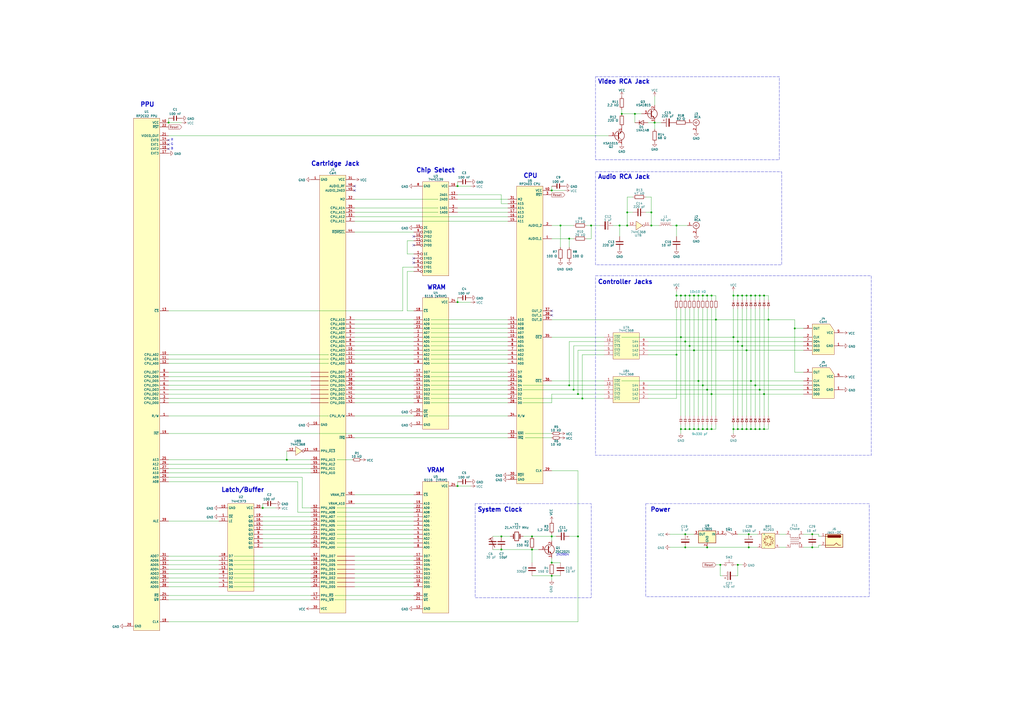
<source format=kicad_sch>
(kicad_sch (version 20230121) (generator eeschema)
  (paper "A2")
  (junction (at 433.07 171.45))
  (junction (at 410.21 171.45))
  (junction (at 330.2 223.52))
  (junction (at 438.15 223.52))
  (junction (at 400.05 248.92))
  (junction (at 405.13 248.92))
  (junction (at 434.34 317.5))
  (junction (at 438.15 248.92))
  (junction (at 377.825 123.19))
  (junction (at 359.41 130.81))
  (junction (at 443.23 248.92))
  (junction (at 435.61 248.92))
  (junction (at 427.99 327.66))
  (junction (at 410.21 317.5))
  (junction (at 363.855 123.19))
  (junction (at 443.23 228.6))
  (junction (at 377.825 130.81))
  (junction (at 430.53 248.92))
  (junction (at 392.43 205.74))
  (junction (at 410.21 248.92))
  (junction (at 335.28 228.6))
  (junction (at 471.17 317.5))
  (junction (at 360.68 66.04))
  (junction (at 392.43 130.81))
  (junction (at 379.73 71.12))
  (junction (at 363.855 130.81))
  (junction (at 265.43 107.95))
  (junction (at 407.67 223.52))
  (junction (at 407.67 171.45))
  (junction (at 434.34 309.88))
  (junction (at 427.99 171.45))
  (junction (at 308.61 318.77))
  (junction (at 440.69 226.06))
  (junction (at 337.82 231.14))
  (junction (at 443.23 171.45))
  (junction (at 394.97 171.45))
  (junction (at 152.4 294.64))
  (junction (at 415.29 185.42))
  (junction (at 412.75 248.92))
  (junction (at 400.05 171.45))
  (junction (at 392.43 171.45))
  (junction (at 320.04 326.39))
  (junction (at 402.59 171.45))
  (junction (at 407.67 248.92))
  (junction (at 368.3 66.04))
  (junction (at 461.01 190.5))
  (junction (at 265.43 175.26))
  (junction (at 412.75 171.45))
  (junction (at 435.61 171.45))
  (junction (at 440.69 171.45))
  (junction (at 427.99 198.12))
  (junction (at 325.12 130.81))
  (junction (at 397.51 317.5))
  (junction (at 397.51 198.12))
  (junction (at 166.37 266.7))
  (junction (at 425.45 195.58))
  (junction (at 397.51 248.92))
  (junction (at 320.04 311.15))
  (junction (at 330.2 138.43))
  (junction (at 438.15 171.45))
  (junction (at 320.04 110.49))
  (junction (at 290.83 311.15))
  (junction (at 394.97 248.92))
  (junction (at 425.45 171.45))
  (junction (at 335.28 311.15))
  (junction (at 397.51 309.88))
  (junction (at 430.53 200.66))
  (junction (at 405.13 220.98))
  (junction (at 440.69 248.92))
  (junction (at 433.07 248.92))
  (junction (at 342.9 130.81))
  (junction (at 394.97 195.58))
  (junction (at 402.59 248.92))
  (junction (at 397.51 171.45))
  (junction (at 433.07 203.2))
  (junction (at 97.79 71.12))
  (junction (at 412.75 228.6))
  (junction (at 320.04 334.01))
  (junction (at 471.17 309.88))
  (junction (at 400.05 200.66))
  (junction (at 308.61 311.15))
  (junction (at 430.53 171.45))
  (junction (at 405.13 171.45))
  (junction (at 435.61 220.98))
  (junction (at 427.99 248.92))
  (junction (at 410.21 226.06))
  (junction (at 425.45 248.92))
  (junction (at 402.59 203.2))
  (junction (at 290.83 318.77))
  (junction (at 445.77 185.42))
  (junction (at 332.74 226.06))
  (junction (at 265.43 281.94))
  (junction (at 417.83 327.66))
  (no_connect (at 320.04 182.88))
  (no_connect (at 240.03 137.16))
  (no_connect (at 97.79 83.82))
  (no_connect (at 97.79 81.28))
  (no_connect (at 97.79 86.36))
  (no_connect (at 240.03 142.24))
  (no_connect (at 320.04 180.34))
  (no_connect (at 205.74 110.49))
  (no_connect (at 205.74 107.95))
  (no_connect (at 240.03 152.4))
  (no_connect (at 240.03 149.86))
  (wire (pts (xy 236.22 180.34) (xy 240.03 180.34)))
  (wire (pts (xy 360.68 63.5) (xy 360.68 66.04)))
  (wire (pts (xy 415.29 248.92) (xy 415.29 246.38)))
  (wire (pts (xy 435.61 179.07) (xy 435.61 220.98)))
  (wire (pts (xy 290.83 118.11) (xy 294.64 118.11)))
  (wire (pts (xy 308.61 318.77) (xy 308.61 326.39)))
  (wire (pts (xy 195.58 314.96) (xy 240.03 314.96)))
  (wire (pts (xy 97.79 251.46) (xy 294.64 251.46)))
  (wire (pts (xy 290.83 318.77) (xy 308.61 318.77)))
  (wire (pts (xy 405.13 179.07) (xy 405.13 220.98)))
  (wire (pts (xy 410.21 226.06) (xy 410.21 241.3)))
  (wire (pts (xy 427.99 171.45) (xy 427.99 173.99)))
  (wire (pts (xy 325.12 130.81) (xy 332.74 130.81)))
  (wire (pts (xy 97.79 233.68) (xy 180.34 233.68)))
  (wire (pts (xy 205.74 128.27) (xy 294.64 128.27)))
  (wire (pts (xy 97.79 215.9) (xy 180.34 215.9)))
  (wire (pts (xy 430.53 327.66) (xy 427.99 327.66)))
  (wire (pts (xy 337.82 205.74) (xy 337.82 231.14)))
  (wire (pts (xy 97.79 218.44) (xy 180.34 218.44)))
  (wire (pts (xy 427.99 198.12) (xy 466.09 198.12)))
  (wire (pts (xy 407.67 223.52) (xy 438.15 223.52)))
  (wire (pts (xy 250.19 203.2) (xy 294.64 203.2)))
  (wire (pts (xy 440.69 226.06) (xy 466.09 226.06)))
  (wire (pts (xy 461.01 215.9) (xy 466.09 215.9)))
  (wire (pts (xy 430.53 200.66) (xy 466.09 200.66)))
  (wire (pts (xy 367.03 114.3) (xy 363.855 114.3)))
  (wire (pts (xy 97.79 322.58) (xy 127 322.58)))
  (wire (pts (xy 320.04 110.49) (xy 327.66 110.49)))
  (wire (pts (xy 474.98 309.88) (xy 471.17 309.88)))
  (wire (pts (xy 347.98 130.81) (xy 342.9 130.81)))
  (wire (pts (xy 335.28 311.15) (xy 335.28 360.68)))
  (wire (pts (xy 250.19 200.66) (xy 294.64 200.66)))
  (wire (pts (xy 332.74 200.66) (xy 332.74 226.06)))
  (wire (pts (xy 250.19 198.12) (xy 294.64 198.12)))
  (wire (pts (xy 135.89 327.66) (xy 180.34 327.66)))
  (wire (pts (xy 195.58 302.26) (xy 240.03 302.26)))
  (wire (pts (xy 175.26 276.86) (xy 175.26 294.64)))
  (wire (pts (xy 97.79 223.52) (xy 180.34 223.52)))
  (wire (pts (xy 205.74 322.58) (xy 240.03 322.58)))
  (wire (pts (xy 265.43 107.95) (xy 273.05 107.95)))
  (wire (pts (xy 392.43 205.74) (xy 392.43 231.14)))
  (wire (pts (xy 205.74 233.68) (xy 240.03 233.68)))
  (wire (pts (xy 438.15 223.52) (xy 466.09 223.52)))
  (wire (pts (xy 303.53 226.06) (xy 332.74 226.06)))
  (wire (pts (xy 407.67 171.45) (xy 407.67 173.99)))
  (wire (pts (xy 397.51 198.12) (xy 397.51 241.3)))
  (wire (pts (xy 443.23 179.07) (xy 443.23 228.6)))
  (wire (pts (xy 290.83 118.11) (xy 290.83 113.03)))
  (wire (pts (xy 445.77 185.42) (xy 445.77 241.3)))
  (wire (pts (xy 290.83 113.03) (xy 265.43 113.03)))
  (wire (pts (xy 397.51 179.07) (xy 397.51 198.12)))
  (wire (pts (xy 97.79 208.28) (xy 190.5 208.28)))
  (wire (pts (xy 474.98 316.23) (xy 474.98 317.5)))
  (wire (pts (xy 195.58 266.7) (xy 204.47 266.7)))
  (wire (pts (xy 415.29 171.45) (xy 412.75 171.45)))
  (wire (pts (xy 397.51 317.5) (xy 388.62 317.5)))
  (wire (pts (xy 374.65 123.19) (xy 377.825 123.19)))
  (wire (pts (xy 443.23 248.92) (xy 445.77 248.92)))
  (wire (pts (xy 303.53 311.15) (xy 308.61 311.15)))
  (wire (pts (xy 135.89 335.28) (xy 180.34 335.28)))
  (wire (pts (xy 195.58 312.42) (xy 240.03 312.42)))
  (wire (pts (xy 308.61 311.15) (xy 320.04 311.15)))
  (wire (pts (xy 368.3 66.04) (xy 372.11 66.04)))
  (wire (pts (xy 440.69 179.07) (xy 440.69 226.06)))
  (wire (pts (xy 152.4 307.34) (xy 180.34 307.34)))
  (wire (pts (xy 97.79 332.74) (xy 127 332.74)))
  (wire (pts (xy 205.74 210.82) (xy 240.03 210.82)))
  (wire (pts (xy 320.04 311.15) (xy 320.04 313.69)))
  (wire (pts (xy 402.59 171.45) (xy 402.59 173.99)))
  (wire (pts (xy 205.74 332.74) (xy 240.03 332.74)))
  (wire (pts (xy 236.22 139.7) (xy 236.22 147.32)))
  (wire (pts (xy 410.21 179.07) (xy 410.21 226.06)))
  (wire (pts (xy 97.79 276.86) (xy 175.26 276.86)))
  (wire (pts (xy 340.36 130.81) (xy 342.9 130.81)))
  (wire (pts (xy 375.92 228.6) (xy 412.75 228.6)))
  (wire (pts (xy 335.28 273.05) (xy 335.28 311.15)))
  (wire (pts (xy 430.53 179.07) (xy 430.53 200.66)))
  (wire (pts (xy 308.61 318.77) (xy 312.42 318.77)))
  (wire (pts (xy 435.61 171.45) (xy 433.07 171.45)))
  (wire (pts (xy 330.2 198.12) (xy 350.52 198.12)))
  (wire (pts (xy 400.05 200.66) (xy 400.05 241.3)))
  (wire (pts (xy 180.34 294.64) (xy 175.26 294.64)))
  (wire (pts (xy 240.03 157.48) (xy 236.22 157.48)))
  (wire (pts (xy 285.75 311.15) (xy 290.83 311.15)))
  (wire (pts (xy 205.74 198.12) (xy 240.03 198.12)))
  (wire (pts (xy 471.17 309.88) (xy 466.09 309.88)))
  (wire (pts (xy 359.41 130.81) (xy 363.855 130.81)))
  (wire (pts (xy 195.58 299.72) (xy 240.03 299.72)))
  (wire (pts (xy 97.79 345.44) (xy 180.34 345.44)))
  (wire (pts (xy 325.12 130.81) (xy 325.12 143.51)))
  (wire (pts (xy 250.19 187.96) (xy 294.64 187.96)))
  (wire (pts (xy 402.59 203.2) (xy 433.07 203.2)))
  (wire (pts (xy 205.74 215.9) (xy 240.03 215.9)))
  (wire (pts (xy 394.97 246.38) (xy 394.97 248.92)))
  (wire (pts (xy 320.04 138.43) (xy 330.2 138.43)))
  (wire (pts (xy 330.2 223.52) (xy 330.2 198.12)))
  (wire (pts (xy 135.89 337.82) (xy 180.34 337.82)))
  (wire (pts (xy 427.99 198.12) (xy 427.99 241.3)))
  (wire (pts (xy 205.74 330.2) (xy 240.03 330.2)))
  (wire (pts (xy 415.29 185.42) (xy 445.77 185.42)))
  (wire (pts (xy 410.21 246.38) (xy 410.21 248.92)))
  (wire (pts (xy 430.53 171.45) (xy 427.99 171.45)))
  (wire (pts (xy 320.04 107.95) (xy 320.04 110.49)))
  (wire (pts (xy 434.34 309.88) (xy 427.99 309.88)))
  (wire (pts (xy 410.21 248.92) (xy 412.75 248.92)))
  (wire (pts (xy 433.07 248.92) (xy 435.61 248.92)))
  (wire (pts (xy 250.19 210.82) (xy 294.64 210.82)))
  (wire (pts (xy 205.74 218.44) (xy 240.03 218.44)))
  (wire (pts (xy 320.04 220.98) (xy 350.52 220.98)))
  (wire (pts (xy 402.59 309.88) (xy 397.51 309.88)))
  (wire (pts (xy 407.67 246.38) (xy 407.67 248.92)))
  (wire (pts (xy 360.68 66.04) (xy 368.3 66.04)))
  (wire (pts (xy 375.92 226.06) (xy 410.21 226.06)))
  (wire (pts (xy 410.21 171.45) (xy 407.67 171.45)))
  (wire (pts (xy 435.61 171.45) (xy 435.61 173.99)))
  (wire (pts (xy 265.43 175.26) (xy 273.05 175.26)))
  (wire (pts (xy 205.74 231.14) (xy 240.03 231.14)))
  (wire (pts (xy 412.75 228.6) (xy 443.23 228.6)))
  (wire (pts (xy 265.43 281.94) (xy 273.05 281.94)))
  (wire (pts (xy 402.59 171.45) (xy 400.05 171.45)))
  (wire (pts (xy 205.74 125.73) (xy 294.64 125.73)))
  (wire (pts (xy 375.92 223.52) (xy 407.67 223.52)))
  (wire (pts (xy 97.79 335.28) (xy 127 335.28)))
  (wire (pts (xy 374.65 114.3) (xy 377.825 114.3)))
  (wire (pts (xy 435.61 246.38) (xy 435.61 248.92)))
  (wire (pts (xy 400.05 246.38) (xy 400.05 248.92)))
  (wire (pts (xy 285.75 318.77) (xy 290.83 318.77)))
  (wire (pts (xy 320.04 311.15) (xy 322.58 311.15)))
  (wire (pts (xy 265.43 115.57) (xy 294.64 115.57)))
  (wire (pts (xy 426.72 334.01) (xy 427.99 334.01)))
  (wire (pts (xy 152.4 312.42) (xy 180.34 312.42)))
  (wire (pts (xy 394.97 179.07) (xy 394.97 195.58)))
  (wire (pts (xy 205.74 340.36) (xy 240.03 340.36)))
  (wire (pts (xy 250.19 228.6) (xy 294.64 228.6)))
  (wire (pts (xy 172.72 297.18) (xy 180.34 297.18)))
  (wire (pts (xy 205.74 193.04) (xy 240.03 193.04)))
  (wire (pts (xy 330.2 138.43) (xy 332.74 138.43)))
  (wire (pts (xy 425.45 168.91) (xy 425.45 171.45)))
  (wire (pts (xy 97.79 226.06) (xy 180.34 226.06)))
  (wire (pts (xy 265.43 105.41) (xy 265.43 107.95)))
  (wire (pts (xy 250.19 205.74) (xy 294.64 205.74)))
  (wire (pts (xy 205.74 200.66) (xy 240.03 200.66)))
  (wire (pts (xy 205.74 185.42) (xy 240.03 185.42)))
  (wire (pts (xy 440.69 171.45) (xy 438.15 171.45)))
  (wire (pts (xy 405.13 171.45) (xy 402.59 171.45)))
  (wire (pts (xy 402.59 203.2) (xy 402.59 241.3)))
  (wire (pts (xy 427.99 334.01) (xy 427.99 327.66)))
  (wire (pts (xy 250.19 215.9) (xy 294.64 215.9)))
  (wire (pts (xy 97.79 68.58) (xy 97.79 71.12)))
  (wire (pts (xy 392.43 130.81) (xy 389.89 130.81)))
  (wire (pts (xy 135.89 330.2) (xy 180.34 330.2)))
  (wire (pts (xy 440.69 226.06) (xy 440.69 241.3)))
  (wire (pts (xy 397.51 171.45) (xy 397.51 173.99)))
  (wire (pts (xy 97.79 279.4) (xy 172.72 279.4)))
  (wire (pts (xy 433.07 203.2) (xy 433.07 241.3)))
  (wire (pts (xy 375.92 231.14) (xy 392.43 231.14)))
  (wire (pts (xy 397.51 198.12) (xy 427.99 198.12)))
  (wire (pts (xy 407.67 248.92) (xy 410.21 248.92)))
  (wire (pts (xy 250.19 220.98) (xy 294.64 220.98)))
  (wire (pts (xy 97.79 274.32) (xy 180.34 274.32)))
  (wire (pts (xy 340.36 138.43) (xy 342.9 138.43)))
  (wire (pts (xy 233.68 154.94) (xy 233.68 180.34)))
  (wire (pts (xy 97.79 337.82) (xy 127 337.82)))
  (wire (pts (xy 425.45 246.38) (xy 425.45 248.92)))
  (wire (pts (xy 97.79 269.24) (xy 180.34 269.24)))
  (wire (pts (xy 430.53 248.92) (xy 433.07 248.92)))
  (wire (pts (xy 152.4 299.72) (xy 180.34 299.72)))
  (wire (pts (xy 195.58 317.5) (xy 240.03 317.5)))
  (wire (pts (xy 172.72 279.4) (xy 172.72 297.18)))
  (wire (pts (xy 400.05 171.45) (xy 400.05 173.99)))
  (wire (pts (xy 250.19 231.14) (xy 294.64 231.14)))
  (wire (pts (xy 400.05 179.07) (xy 400.05 200.66)))
  (wire (pts (xy 394.97 171.45) (xy 394.97 173.99)))
  (wire (pts (xy 97.79 71.12) (xy 105.41 71.12)))
  (wire (pts (xy 195.58 304.8) (xy 240.03 304.8)))
  (wire (pts (xy 400.05 171.45) (xy 397.51 171.45)))
  (wire (pts (xy 435.61 220.98) (xy 435.61 241.3)))
  (wire (pts (xy 233.68 180.34) (xy 97.79 180.34)))
  (wire (pts (xy 474.98 311.15) (xy 476.25 311.15)))
  (wire (pts (xy 97.79 241.3) (xy 190.5 241.3)))
  (wire (pts (xy 320.04 130.81) (xy 325.12 130.81)))
  (wire (pts (xy 439.42 309.88) (xy 434.34 309.88)))
  (wire (pts (xy 320.04 228.6) (xy 335.28 228.6)))
  (wire (pts (xy 166.37 266.7) (xy 180.34 266.7)))
  (wire (pts (xy 379.73 71.12) (xy 379.73 74.93)))
  (wire (pts (xy 332.74 200.66) (xy 350.52 200.66)))
  (wire (pts (xy 415.29 171.45) (xy 415.29 173.99)))
  (wire (pts (xy 205.74 337.82) (xy 240.03 337.82)))
  (wire (pts (xy 443.23 228.6) (xy 466.09 228.6)))
  (wire (pts (xy 250.19 195.58) (xy 294.64 195.58)))
  (wire (pts (xy 430.53 200.66) (xy 430.53 241.3)))
  (wire (pts (xy 440.69 246.38) (xy 440.69 248.92)))
  (wire (pts (xy 412.75 171.45) (xy 412.75 173.99)))
  (wire (pts (xy 152.4 309.88) (xy 180.34 309.88)))
  (wire (pts (xy 205.74 203.2) (xy 240.03 203.2)))
  (wire (pts (xy 335.28 311.15) (xy 330.2 311.15)))
  (wire (pts (xy 363.855 123.19) (xy 367.03 123.19)))
  (wire (pts (xy 474.98 311.15) (xy 474.98 309.88)))
  (wire (pts (xy 379.73 60.96) (xy 379.73 55.88)))
  (wire (pts (xy 377.825 123.19) (xy 377.825 130.81)))
  (wire (pts (xy 205.74 208.28) (xy 240.03 208.28)))
  (wire (pts (xy 415.29 179.07) (xy 415.29 185.42)))
  (wire (pts (xy 392.43 168.91) (xy 392.43 171.45)))
  (wire (pts (xy 375.92 200.66) (xy 400.05 200.66)))
  (wire (pts (xy 205.74 220.98) (xy 240.03 220.98)))
  (wire (pts (xy 419.1 334.01) (xy 417.83 334.01)))
  (wire (pts (xy 417.83 334.01) (xy 417.83 327.66)))
  (wire (pts (xy 320.04 334.01) (xy 320.04 336.55)))
  (wire (pts (xy 97.79 220.98) (xy 180.34 220.98)))
  (wire (pts (xy 412.75 228.6) (xy 412.75 241.3)))
  (wire (pts (xy 377.825 130.81) (xy 382.27 130.81)))
  (wire (pts (xy 152.4 292.1) (xy 152.4 294.64)))
  (wire (pts (xy 205.74 223.52) (xy 240.03 223.52)))
  (wire (pts (xy 474.98 316.23) (xy 476.25 316.23)))
  (wire (pts (xy 410.21 171.45) (xy 410.21 173.99)))
  (wire (pts (xy 445.77 171.45) (xy 445.77 173.99)))
  (wire (pts (xy 407.67 179.07) (xy 407.67 223.52)))
  (wire (pts (xy 152.4 294.64) (xy 160.02 294.64)))
  (wire (pts (xy 438.15 171.45) (xy 438.15 173.99)))
  (wire (pts (xy 265.43 279.4) (xy 265.43 281.94)))
  (wire (pts (xy 166.37 261.62) (xy 166.37 266.7)))
  (wire (pts (xy 135.89 340.36) (xy 180.34 340.36)))
  (wire (pts (xy 427.99 179.07) (xy 427.99 198.12)))
  (wire (pts (xy 335.28 228.6) (xy 335.28 203.2)))
  (wire (pts (xy 430.53 171.45) (xy 430.53 173.99)))
  (wire (pts (xy 250.19 223.52) (xy 294.64 223.52)))
  (wire (pts (xy 240.03 139.7) (xy 236.22 139.7)))
  (wire (pts (xy 205.74 325.12) (xy 240.03 325.12)))
  (wire (pts (xy 392.43 130.81) (xy 392.43 137.16)))
  (wire (pts (xy 360.68 220.98) (xy 405.13 220.98)))
  (wire (pts (xy 443.23 171.45) (xy 440.69 171.45)))
  (wire (pts (xy 205.74 335.28) (xy 240.03 335.28)))
  (wire (pts (xy 445.77 171.45) (xy 443.23 171.45)))
  (wire (pts (xy 394.97 248.92) (xy 397.51 248.92)))
  (wire (pts (xy 379.73 71.12) (xy 383.54 71.12)))
  (wire (pts (xy 195.58 309.88) (xy 240.03 309.88)))
  (wire (pts (xy 443.23 171.45) (xy 443.23 173.99)))
  (wire (pts (xy 394.97 251.46) (xy 394.97 248.92)))
  (wire (pts (xy 248.92 241.3) (xy 294.64 241.3)))
  (wire (pts (xy 392.43 179.07) (xy 392.43 205.74)))
  (wire (pts (xy 342.9 130.81) (xy 342.9 138.43)))
  (wire (pts (xy 205.74 195.58) (xy 240.03 195.58)))
  (wire (pts (xy 152.4 317.5) (xy 180.34 317.5)))
  (wire (pts (xy 135.89 325.12) (xy 180.34 325.12)))
  (wire (pts (xy 320.04 228.6) (xy 320.04 233.68)))
  (wire (pts (xy 445.77 248.92) (xy 445.77 246.38)))
  (wire (pts (xy 97.79 347.98) (xy 180.34 347.98)))
  (wire (pts (xy 438.15 246.38) (xy 438.15 248.92)))
  (wire (pts (xy 363.855 114.3) (xy 363.855 123.19)))
  (wire (pts (xy 359.41 130.81) (xy 355.6 130.81)))
  (wire (pts (xy 97.79 330.2) (xy 127 330.2)))
  (wire (pts (xy 304.8 254) (xy 320.04 254)))
  (wire (pts (xy 443.23 246.38) (xy 443.23 248.92)))
  (wire (pts (xy 236.22 157.48) (xy 236.22 180.34)))
  (wire (pts (xy 412.75 179.07) (xy 412.75 228.6)))
  (wire (pts (xy 377.825 114.3) (xy 377.825 123.19)))
  (wire (pts (xy 394.97 195.58) (xy 394.97 241.3)))
  (wire (pts (xy 337.82 205.74) (xy 350.52 205.74)))
  (wire (pts (xy 205.74 120.65) (xy 254 120.65)))
  (wire (pts (xy 152.4 304.8) (xy 180.34 304.8)))
  (wire (pts (xy 320.04 195.58) (xy 350.52 195.58)))
  (wire (pts (xy 320.04 233.68) (xy 303.53 233.68)))
  (wire (pts (xy 434.34 317.5) (xy 410.21 317.5)))
  (wire (pts (xy 400.05 200.66) (xy 430.53 200.66)))
  (wire (pts (xy 205.74 327.66) (xy 240.03 327.66)))
  (wire (pts (xy 195.58 297.18) (xy 240.03 297.18)))
  (wire (pts (xy 427.99 248.92) (xy 430.53 248.92)))
  (wire (pts (xy 433.07 171.45) (xy 430.53 171.45)))
  (wire (pts (xy 405.13 248.92) (xy 407.67 248.92)))
  (wire (pts (xy 402.59 248.92) (xy 405.13 248.92)))
  (wire (pts (xy 400.05 248.92) (xy 402.59 248.92)))
  (wire (pts (xy 412.75 171.45) (xy 410.21 171.45)))
  (wire (pts (xy 440.69 171.45) (xy 440.69 173.99)))
  (wire (pts (xy 405.13 220.98) (xy 435.61 220.98)))
  (wire (pts (xy 330.2 223.52) (xy 350.52 223.52)))
  (wire (pts (xy 425.45 195.58) (xy 466.09 195.58)))
  (wire (pts (xy 433.07 171.45) (xy 433.07 173.99)))
  (wire (pts (xy 97.79 325.12) (xy 127 325.12)))
  (wire (pts (xy 412.75 248.92) (xy 415.29 248.92)))
  (wire (pts (xy 445.77 185.42) (xy 461.01 185.42)))
  (wire (pts (xy 97.79 327.66) (xy 127 327.66)))
  (wire (pts (xy 194.31 347.98) (xy 240.03 347.98)))
  (wire (pts (xy 375.92 203.2) (xy 402.59 203.2)))
  (wire (pts (xy 205.74 254) (xy 294.64 254)))
  (wire (pts (xy 363.855 123.19) (xy 363.855 130.81)))
  (wire (pts (xy 461.01 185.42) (xy 461.01 190.5)))
  (wire (pts (xy 240.03 154.94) (xy 233.68 154.94)))
  (wire (pts (xy 97.79 302.26) (xy 127 302.26)))
  (wire (pts (xy 461.01 190.5) (xy 466.09 190.5)))
  (wire (pts (xy 205.74 292.1) (xy 240.03 292.1)))
  (wire (pts (xy 250.19 190.5) (xy 294.64 190.5)))
  (wire (pts (xy 410.21 226.06) (xy 440.69 226.06)))
  (wire (pts (xy 97.79 228.6) (xy 180.34 228.6)))
  (wire (pts (xy 290.83 311.15) (xy 295.91 311.15)))
  (wire (pts (xy 205.74 134.62) (xy 240.03 134.62)))
  (wire (pts (xy 427.99 171.45) (xy 425.45 171.45)))
  (wire (pts (xy 97.79 266.7) (xy 166.37 266.7)))
  (wire (pts (xy 135.89 332.74) (xy 180.34 332.74)))
  (wire (pts (xy 397.51 248.92) (xy 400.05 248.92)))
  (wire (pts (xy 320.04 309.88) (xy 320.04 311.15)))
  (wire (pts (xy 394.97 195.58) (xy 425.45 195.58)))
  (wire (pts (xy 250.19 193.04) (xy 294.64 193.04)))
  (wire (pts (xy 152.4 314.96) (xy 180.34 314.96)))
  (wire (pts (xy 250.19 208.28) (xy 294.64 208.28)))
  (wire (pts (xy 97.79 78.74) (xy 353.06 78.74)))
  (wire (pts (xy 474.98 317.5) (xy 471.17 317.5)))
  (wire (pts (xy 439.42 317.5) (xy 434.34 317.5)))
  (wire (pts (xy 205.74 226.06) (xy 240.03 226.06)))
  (wire (pts (xy 461.01 190.5) (xy 461.01 215.9)))
  (wire (pts (xy 320.04 334.01) (xy 325.12 334.01)))
  (wire (pts (xy 435.61 220.98) (xy 466.09 220.98)))
  (wire (pts (xy 205.74 205.74) (xy 240.03 205.74)))
  (wire (pts (xy 417.83 327.66) (xy 415.29 327.66)))
  (wire (pts (xy 368.3 66.04) (xy 368.3 71.12)))
  (wire (pts (xy 455.93 317.5) (xy 452.12 317.5)))
  (wire (pts (xy 375.92 205.74) (xy 392.43 205.74)))
  (wire (pts (xy 97.79 271.78) (xy 180.34 271.78)))
  (wire (pts (xy 433.07 203.2) (xy 466.09 203.2)))
  (wire (pts (xy 438.15 179.07) (xy 438.15 223.52)))
  (wire (pts (xy 392.43 130.81) (xy 398.78 130.81)))
  (wire (pts (xy 435.61 248.92) (xy 438.15 248.92)))
  (wire (pts (xy 97.79 340.36) (xy 127 340.36)))
  (wire (pts (xy 250.19 233.68) (xy 294.64 233.68)))
  (wire (pts (xy 443.23 228.6) (xy 443.23 241.3)))
  (wire (pts (xy 445.77 179.07) (xy 445.77 185.42)))
  (wire (pts (xy 425.45 171.45) (xy 425.45 173.99)))
  (wire (pts (xy 415.29 185.42) (xy 415.29 241.3)))
  (wire (pts (xy 410.21 317.5) (xy 397.51 317.5)))
  (wire (pts (xy 205.74 287.02) (xy 240.03 287.02)))
  (wire (pts (xy 97.79 231.14) (xy 180.34 231.14)))
  (wire (pts (xy 152.4 302.26) (xy 180.34 302.26)))
  (wire (pts (xy 359.41 130.81) (xy 359.41 137.16)))
  (wire (pts (xy 97.79 360.68) (xy 335.28 360.68)))
  (wire (pts (xy 440.69 248.92) (xy 443.23 248.92)))
  (wire (pts (xy 407.67 171.45) (xy 405.13 171.45)))
  (wire (pts (xy 360.68 195.58) (xy 394.97 195.58)))
  (wire (pts (xy 433.07 179.07) (xy 433.07 203.2)))
  (wire (pts (xy 402.59 246.38) (xy 402.59 248.92)))
  (wire (pts (xy 194.31 345.44) (xy 240.03 345.44)))
  (wire (pts (xy 265.43 123.19) (xy 294.64 123.19)))
  (wire (pts (xy 195.58 307.34) (xy 240.03 307.34)))
  (wire (pts (xy 205.74 123.19) (xy 254 123.19)))
  (wire (pts (xy 303.53 223.52) (xy 330.2 223.52)))
  (wire (pts (xy 205.74 115.57) (xy 254 115.57)))
  (wire (pts (xy 205.74 190.5) (xy 240.03 190.5)))
  (wire (pts (xy 405.13 246.38) (xy 405.13 248.92)))
  (wire (pts (xy 397.51 171.45) (xy 394.97 171.45)))
  (wire (pts (xy 303.53 231.14) (xy 337.82 231.14)))
  (wire (pts (xy 337.82 231.14) (xy 350.52 231.14)))
  (wire (pts (xy 425.45 179.07) (xy 425.45 195.58)))
  (wire (pts (xy 438.15 223.52) (xy 438.15 241.3)))
  (wire (pts (xy 397.51 246.38) (xy 397.51 248.92)))
  (wire (pts (xy 250.19 226.06) (xy 294.64 226.06)))
  (wire (pts (xy 205.74 187.96) (xy 240.03 187.96)))
  (wire (pts (xy 97.79 205.74) (xy 190.5 205.74)))
  (wire (pts (xy 397.51 309.88) (xy 388.62 309.88)))
  (wire (pts (xy 405.13 171.45) (xy 405.13 173.99)))
  (wire (pts (xy 320.04 185.42) (xy 415.29 185.42)))
  (wire (pts (xy 430.53 246.38) (xy 430.53 248.92)))
  (wire (pts (xy 425.45 195.58) (xy 425.45 241.3)))
  (wire (pts (xy 438.15 248.92) (xy 440.69 248.92)))
  (wire (pts (xy 433.07 246.38) (xy 433.07 248.92)))
  (wire (pts (xy 427.99 246.38) (xy 427.99 248.92)))
  (wire (pts (xy 402.59 179.07) (xy 402.59 203.2)))
  (wire (pts (xy 455.93 309.88) (xy 452.12 309.88)))
  (wire (pts (xy 97.79 210.82) (xy 190.5 210.82)))
  (wire (pts (xy 195.58 294.64) (xy 240.03 294.64)))
  (wire (pts (xy 205.74 228.6) (xy 240.03 228.6)))
  (wire (pts (xy 320.04 273.05) (xy 335.28 273.05)))
  (wire (pts (xy 320.04 326.39) (xy 320.04 323.85)))
  (wire (pts (xy 135.89 322.58) (xy 180.34 322.58)))
  (wire (pts (xy 375.92 198.12) (xy 397.51 198.12)))
  (wire (pts (xy 405.13 220.98) (xy 405.13 241.3)))
  (wire (pts (xy 304.8 251.46) (xy 320.04 251.46)))
  (wire (pts (xy 471.17 317.5) (xy 466.09 317.5)))
  (wire (pts (xy 332.74 226.06) (xy 350.52 226.06)))
  (wire (pts (xy 320.04 326.39) (xy 325.12 326.39)))
  (wire (pts (xy 375.92 71.12) (xy 379.73 71.12)))
  (wire (pts (xy 335.28 228.6) (xy 350.52 228.6)))
  (wire (pts (xy 438.15 171.45) (xy 435.61 171.45)))
  (wire (pts (xy 425.45 248.92) (xy 427.99 248.92)))
  (wire (pts (xy 250.19 185.42) (xy 294.64 185.42)))
  (wire (pts (xy 330.2 138.43) (xy 330.2 143.51)))
  (wire (pts (xy 308.61 334.01) (xy 320.04 334.01)))
  (wire (pts (xy 412.75 246.38) (xy 412.75 248.92)))
  (wire (pts (xy 205.74 241.3) (xy 240.03 241.3)))
  (wire (pts (xy 392.43 171.45) (xy 392.43 173.99)))
  (wire (pts (xy 236.22 147.32) (xy 240.03 147.32)))
  (wire (pts (xy 250.19 218.44) (xy 294.64 218.44)))
  (wire (pts (xy 407.67 223.52) (xy 407.67 241.3)))
  (wire (pts (xy 394.97 171.45) (xy 392.43 171.45)))
  (wire (pts (xy 265.43 172.72) (xy 265.43 175.26)))
  (wire (pts (xy 265.43 120.65) (xy 294.64 120.65)))
  (wire (pts (xy 425.45 248.92) (xy 425.45 251.46)))
  (wire (pts (xy 335.28 203.2) (xy 350.52 203.2)))
  (rectangle (start 345.44 160.02) (end 505.46 264.16) (stroke (width 0) (type dash)))
  (rectangle (start 275.59 292.1) (end 342.9 346.71) (stroke (width 0) (type dash)))
  (rectangle (start 345.44 44.45) (end 452.12 92.71) (stroke (width 0) (type dash)))
  (rectangle (start 374.65 292.1) (end 504.19 346.075) (stroke (width 0) (type dash)))
  (rectangle (start 345.44 99.695) (end 453.39 153.67) (stroke (width 0) (type dash)))
  (text "Chip Select" (at 241.3 100.33 0) (effects (font (size 2.54 2.54) (thickness 0.508) bold) (justify left bottom)))
  (text "R" (at 99.06 81.915 0) (effects (font (size 1.27 1.27)) (justify left bottom)))
  (text "System Clock" (at 276.86 297.18 0) (effects (font (size 2.54 2.54) (thickness 0.508) bold) (justify left bottom)))
  (text "VRAM" (at 247.65 274.32 0) (effects (font (size 2.54 2.54) (thickness 0.508) bold) (justify left bottom)))
  (text "Video RCA Jack" (at 346.71 48.895 0) (effects (font (size 2.54 2.54) (thickness 0.508) bold) (justify left bottom)))
  (text "Controller Jacks" (at 346.71 165.1 0) (effects (font (size 2.54 2.54) (thickness 0.508) bold) (justify left bottom)))
  (text "Cartridge Jack" (at 180.34 96.52 0) (effects (font (size 2.54 2.54) (thickness 0.508) bold) (justify left bottom)))
  (text "2N3904" (at 322.58 322.58 0) (effects (font (size 1.27 1.27)) (justify left bottom)))
  (text "WRAM" (at 247.65 168.275 0) (effects (font (size 2.54 2.54) (thickness 0.508) bold) (justify left bottom)))
  (text "9x330 pF" (at 401.32 252.73 0) (effects (font (size 1.27 1.27)) (justify left bottom)))
  (text "Latch/Buffer" (at 128.27 285.75 0) (effects (font (size 2.54 2.54) (thickness 0.508) bold) (justify left bottom)))
  (text "B" (at 99.06 86.995 0) (effects (font (size 1.27 1.27)) (justify left bottom)))
  (text "10x10 kΩ" (at 400.05 170.18 0) (effects (font (size 1.27 1.27)) (justify left bottom)))
  (text "G" (at 99.06 84.455 0) (effects (font (size 1.27 1.27)) (justify left bottom)))
  (text "Audio RCA Jack" (at 346.71 104.14 0) (effects (font (size 2.54 2.54) (thickness 0.508) bold) (justify left bottom)))
  (text "CPU" (at 303.53 103.521 0) (effects (font (size 2.54 2.54) (thickness 0.508) bold) (justify left bottom)))
  (text "PPU" (at 81.28 62.23 0) (effects (font (size 2.54 2.54) (thickness 0.508) bold) (justify left bottom)))
  (text "Power" (at 377.19 297.18 0) (effects (font (size 2.54 2.54) (thickness 0.508) bold) (justify left bottom)))
  (global_label "Reset" (shape output) (at 97.79 73.66 0) (property "Intersheetrefs" "${INTERSHEET_REFS}" (effects hide)))
  (global_label "Reset" (shape output) (at 320.04 113.03 0) (property "Intersheetrefs" "${INTERSHEET_REFS}" (effects hide)))
  (global_label "Reset" (shape input) (at 415.29 327.66 180) (property "Intersheetrefs" "${INTERSHEET_REFS}" (effects hide)))
  (symbol (lib_id "power:GND") (at 359.41 144.78 0) (unit 1)
    (property "Reference" "#PWR035" (effects hide))
    (property "Value" "GND" (at 359.41 148.9155 0))
  )
  (symbol (lib_id "power:GND") (at 360.68 83.82 0) (mirror y) (unit 1)
    (property "Reference" "#PWR037" (effects hide))
    (property "Value" "GND" (at 360.68 87.9555 0))
  )
  (symbol (lib_id "Device:D") (at 372.11 71.12 0) (mirror x) (unit 1)
    (property "Reference" "D1" (at 372.11 73.66 0))
    (property "Value" "1N4148" (at 372.745 75.565 0))
    (property "Sim.Device" "D" (effects hide))
    (property "Sim.Pins" "1=K 2=A" (effects hide))
  )
  (symbol (lib_name "C_Small_1") (lib_id "Device:C_Small") (at 412.75 243.84 0) (unit 1)
    (property "Reference" "C25" (effects hide))
    (property "Value" "330 pF" (effects hide))
  )
  (symbol (lib_id "Device:R_Small") (at 392.43 176.53 0) (unit 1)
    (property "Reference" "R15" (effects hide))
    (property "Value" "10 kΩ" (effects hide))
    (property "Footprint" "Resistor_THT:R_Axial_DIN0207_L6.3mm_D2.5mm_P10.16mm_Horizontal" (effects hide))
  )
  (symbol (lib_id "Device:R_Small") (at 402.59 176.53 0) (unit 1)
    (property "Reference" "R20" (effects hide))
    (property "Value" "10 kΩ" (effects hide))
    (property "Footprint" "Resistor_THT:R_Axial_DIN0207_L6.3mm_D2.5mm_P10.16mm_Horizontal" (effects hide))
  )
  (symbol (lib_id "Device:R_Small") (at 405.13 176.53 0) (unit 1)
    (property "Reference" "R21" (effects hide))
    (property "Value" "10 kΩ" (effects hide))
    (property "Footprint" "Resistor_THT:R_Axial_DIN0207_L6.3mm_D2.5mm_P10.16mm_Horizontal" (effects hide))
  )
  (symbol (lib_id "power:VCC") (at 360.68 55.88 0) (unit 1)
    (property "Reference" "#PWR036" (effects hide))
    (property "Value" "VCC" (at 360.68 52.3781 0))
  )
  (symbol (lib_id "Switch:SW_Push") (at 422.91 327.66 0) (mirror y) (unit 1)
    (property "Reference" "SW2" (at 422.91 323.215 0))
  )
  (symbol (lib_id "Device:C") (at 370.84 123.19 90) (unit 1)
    (property "Reference" "C14" (at 370.84 118.0211 90))
    (property "Value" "220 pF" (at 370.84 119.9421 90))
  )
  (symbol (lib_id "NES Components:74HC373") (at 139.7 320.04 0) (unit 1)
    (property "Reference" "U2" (at 139.7 288.29 0))
    (property "Value" "74HC373" (at 138.43 290.83 0))
    (property "Footprint" "Package_DIP:DIP-20_W7.62mm" (effects hide))
  )
  (symbol (lib_id "Device:D_Small") (at 445.77 243.84 270) (unit 1)
    (property "Reference" "D19" (effects hide))
    (property "Value" "D_Small" (effects hide))
    (property "Sim.Device" "D" (effects hide))
    (property "Sim.Pins" "1=K 2=A" (effects hide))
  )
  (symbol (lib_id "power:GND") (at 403.86 76.2 0) (mirror y) (unit 1)
    (property "Reference" "#PWR046" (effects hide))
    (property "Value" "GND" (at 403.86 80.3355 0))
  )
  (symbol (lib_id "power:GND") (at 425.45 251.46 0) (unit 1)
    (property "Reference" "#PWR048" (effects hide))
    (property "Value" "GND" (at 425.45 255.5955 0))
  )
  (symbol (lib_id "Device:R") (at 330.2 147.32 0) (unit 1)
    (property "Reference" "R8" (at 332.105 146.05 0) (effects (justify left)))
    (property "Value" "100 Ω" (at 332.105 148.59 0) (effects (justify left)))
  )
  (symbol (lib_id "power:VCC") (at 273.05 175.26 270) (unit 1)
    (property "Reference" "#PWR022" (effects hide))
    (property "Value" "VCC" (at 276.225 175.5768 90) (effects (justify left)))
  )
  (symbol (lib_id "Connector:Jack-DC") (at 483.87 313.69 0) (mirror y) (unit 1)
    (property "Reference" "J6" (at 483.87 306.8701 0))
    (property "Value" "Jack-DC" (at 483.87 308.7911 0))
  )
  (symbol (lib_id "Device:R") (at 320.04 306.07 0) (mirror y) (unit 1)
    (property "Reference" "R3" (at 318.262 305.4263 0) (effects (justify left)))
    (property "Value" "1,2 kΩ" (at 318.262 307.3473 0) (effects (justify left)))
  )
  (symbol (lib_id "power:GND") (at 403.86 135.89 0) (mirror y) (unit 1)
    (property "Reference" "#PWR045" (effects hide))
    (property "Value" "GND" (at 403.86 140.0255 0))
  )
  (symbol (lib_id "Device:D_Small") (at 443.23 176.53 270) (unit 1)
    (property "Reference" "D16" (effects hide))
    (property "Value" "D_Small" (effects hide))
    (property "Sim.Device" "D" (effects hide))
    (property "Sim.Pins" "1=K 2=A" (effects hide))
  )
  (symbol (lib_id "Device:R") (at 336.55 138.43 270) (mirror x) (unit 1)
    (property "Reference" "R10" (at 336.55 134.4041 90))
    (property "Value" "20 kΩ" (at 336.55 136.3251 90))
  )
  (symbol (lib_id "NES Components:Cont") (at 477.52 222.25 0) (unit 1)
    (property "Reference" "J5" (at 477.52 210.169 0))
    (property "Value" "Cont" (at 477.52 212.09 0))
  )
  (symbol (lib_id "Device:C") (at 290.83 314.96 0) (mirror y) (unit 1)
    (property "Reference" "C7" (at 289.56 321.31 0) (effects (justify right)))
    (property "Value" "10pF" (at 289.56 323.231 0) (effects (justify right)))
  )
  (symbol (lib_id "Device:D_Small") (at 433.07 176.53 270) (unit 1)
    (property "Reference" "D8" (effects hide))
    (property "Value" "D_Small" (effects hide))
    (property "Sim.Device" "D" (effects hide))
    (property "Sim.Pins" "1=K 2=A" (effects hide))
  )
  (symbol (lib_name "C_1") (lib_id "Device:C") (at 269.24 172.72 90) (unit 1)
    (property "Reference" "C4" (at 269.24 167.64 90))
    (property "Value" "100 nF" (at 269.24 170.18 90))
  )
  (symbol (lib_id "Device:R_Small") (at 397.51 176.53 0) (unit 1)
    (property "Reference" "R17" (effects hide))
    (property "Value" "10 kΩ" (effects hide))
    (property "Footprint" "Resistor_THT:R_Axial_DIN0207_L6.3mm_D2.5mm_P10.16mm_Horizontal" (effects hide))
  )
  (symbol (lib_id "Device:C_Polarized") (at 434.34 313.69 0) (mirror y) (unit 1)
    (property "Reference" "C28" (at 432.435 305.435 0) (effects (justify right)))
    (property "Value" "1500 uF" (at 430.53 307.975 0) (effects (justify right)))
  )
  (symbol (lib_id "power:VCC") (at 209.55 266.7 270) (unit 1)
    (property "Reference" "#PWR013" (effects hide))
    (property "Value" "VCC" (at 212.725 267.0168 90) (effects (justify left)))
  )
  (symbol (lib_name "C_Small_1") (lib_id "Device:C_Small") (at 394.97 243.84 0) (unit 1)
    (property "Reference" "C17" (effects hide))
    (property "Value" "330 pF" (effects hide))
  )
  (symbol (lib_id "power:GND") (at 97.79 88.9 90) (mirror x) (unit 1)
    (property "Reference" "#PWR02" (effects hide))
    (property "Value" "GND" (at 100.9649 89.2168 90) (effects (justify right)))
  )
  (symbol (lib_id "NES Components:6116") (at 252.73 210.82 0) (unit 1)
    (property "Reference" "U4" (at 252.73 169.8371 0))
    (property "Value" "6116 (WRAM)" (at 252.73 171.7581 0))
    (property "Footprint" "Package_DIP:DIP-24_W7.62mm" (effects hide))
  )
  (symbol (lib_id "power:GND") (at 240.03 132.08 270) (unit 1)
    (property "Reference" "#PWR015" (effects hide))
    (property "Value" "GND" (at 236.8551 132.3968 90) (effects (justify right)))
  )
  (symbol (lib_id "power:GND") (at 320.04 336.55 0) (unit 1)
    (property "Reference" "#PWR028" (effects hide))
    (property "Value" "GND" (at 319.7232 339.725 90) (effects (justify right)))
  )
  (symbol (lib_id "Device:R") (at 308.61 314.96 0) (unit 1)
    (property "Reference" "R2" (at 306.832 314.3163 0) (effects (justify right)))
    (property "Value" "150 kΩ" (at 306.832 316.2373 0) (effects (justify right)))
  )
  (symbol (lib_name "C_1") (lib_id "Device:C") (at 323.85 107.95 90) (unit 1)
    (property "Reference" "C9" (at 323.85 102.87 90))
    (property "Value" "100 nF" (at 323.85 105.41 90))
  )
  (symbol (lib_name "74HC368_2") (lib_id "NES Components:74HC368") (at 363.22 199.39 0) (unit 1)
    (property "Reference" "U7" (at 363.22 189.865 0))
    (property "Value" "74HC368" (at 363.22 191.786 0))
    (property "Footprint" "Package_DIP:DIP-16_W7.62mm" (effects hide))
  )
  (symbol (lib_id "power:GND") (at 180.34 246.38 270) (unit 1)
    (property "Reference" "#PWR010" (effects hide))
    (property "Value" "GND" (at 177.1651 246.6968 90) (effects (justify right)))
  )
  (symbol (lib_id "Device:R") (at 325.12 147.32 0) (mirror y) (unit 1)
    (property "Reference" "R7" (at 323.215 146.05 0) (effects (justify left)))
    (property "Value" "100 Ω" (at 323.215 148.59 0) (effects (justify left)))
  )
  (symbol (lib_id "Device:C_Polarized") (at 397.51 313.69 0) (mirror y) (unit 1)
    (property "Reference" "C19" (at 394.97 305.435 0) (effects (justify right)))
    (property "Value" "1 uF" (at 394.97 307.34 0) (effects (justify right)))
  )
  (symbol (lib_name "C_Small_1") (lib_id "Device:C_Small") (at 402.59 243.84 0) (unit 1)
    (property "Reference" "C21" (effects hide))
    (property "Value" "330 pF" (effects hide))
  )
  (symbol (lib_id "power:GND") (at 488.95 226.06 90) (unit 1)
    (property "Reference" "#PWR053" (effects hide))
    (property "Value" "GND" (at 492.125 226.3768 90) (effects (justify right)))
  )
  (symbol (lib_name "Cont_1") (lib_id "NES Components:Cont") (at 477.52 196.85 0) (unit 1)
    (property "Reference" "J4" (at 477.52 184.769 0))
    (property "Value" "Cont" (at 477.52 186.69 0))
  )
  (symbol (lib_id "power:GND") (at 392.43 144.78 0) (unit 1)
    (property "Reference" "#PWR042" (effects hide))
    (property "Value" "GND" (at 392.43 148.9155 0))
  )
  (symbol (lib_id "power:GND") (at 273.05 279.4 90) (unit 1)
    (property "Reference" "#PWR023" (effects hide))
    (property "Value" "GND" (at 276.225 279.7168 90) (effects (justify right)))
  )
  (symbol (lib_id "power:GND") (at 294.64 278.13 270) (unit 1)
    (property "Reference" "#PWR026" (effects hide))
    (property "Value" "GND" (at 291.4651 278.4468 90) (effects (justify right)))
  )
  (symbol (lib_id "Device:D_Small") (at 438.15 243.84 270) (unit 1)
    (property "Reference" "D13" (effects hide))
    (property "Value" "D_Small" (effects hide))
    (property "Sim.Device" "D" (effects hide))
    (property "Sim.Pins" "1=K 2=A" (effects hide))
  )
  (symbol (lib_name "C_1") (lib_id "Device:C") (at 156.21 292.1 90) (unit 1)
    (property "Reference" "C2" (at 156.21 287.02 90))
    (property "Value" "100 nF" (at 156.21 289.56 90))
  )
  (symbol (lib_id "Device:C") (at 308.61 330.2 0) (unit 1)
    (property "Reference" "C8" (at 305.689 329.5563 0) (effects (justify right)))
    (property "Value" "330pF" (at 305.689 331.4773 0) (effects (justify right)))
  )
  (symbol (lib_id "NES Components:2SC2021") (at 378.46 66.04 0) (unit 1)
    (property "Reference" "Q3" (at 371.475 59.055 0) (effects (justify left)))
    (property "Value" "KSA1815 " (at 368.935 60.96 0) (effects (justify left)))
  )
  (symbol (lib_id "Device:R_Small") (at 410.21 176.53 0) (unit 1)
    (property "Reference" "R23" (effects hide))
    (property "Value" "10 kΩ" (effects hide))
    (property "Footprint" "Resistor_THT:R_Axial_DIN0207_L6.3mm_D2.5mm_P10.16mm_Horizontal" (effects hide))
  )
  (symbol (lib_id "power:VCC") (at 388.62 309.88 90) (mirror x) (unit 1)
    (property "Reference" "#PWR040" (effects hide))
    (property "Value" "VCC" (at 385.445 310.1968 90) (effects (justify left)))
  )
  (symbol (lib_id "NES Components:Bridge_Rectifier") (at 445.77 313.69 0) (mirror y) (unit 1)
    (property "Reference" "BR1" (at 445.77 305.419 0))
    (property "Value" "RC203" (at 445.77 307.34 0))
  )
  (symbol (lib_id "Device:D_Small") (at 443.23 243.84 270) (unit 1)
    (property "Reference" "D17" (effects hide))
    (property "Value" "D_Small" (effects hide))
    (property "Sim.Device" "D" (effects hide))
    (property "Sim.Pins" "1=K 2=A" (effects hide))
  )
  (symbol (lib_id "power:GND") (at 240.03 238.76 270) (unit 1)
    (property "Reference" "#PWR016" (effects hide))
    (property "Value" "GND" (at 236.8551 239.0768 90) (effects (justify right)))
  )
  (symbol (lib_id "NES Components:PowerSw") (at 422.91 309.88 0) (mirror y) (unit 1)
    (property "Reference" "SW1" (at 422.91 307.1401 0))
    (property "Value" "~" (at 422.91 306.07 0))
  )
  (symbol (lib_id "Device:D_Small") (at 430.53 176.53 270) (unit 1)
    (property "Reference" "D6" (effects hide))
    (property "Value" "D_Small" (effects hide))
    (property "Sim.Device" "D" (effects hide))
    (property "Sim.Pins" "1=K 2=A" (effects hide))
  )
  (symbol (lib_id "Device:R") (at 360.68 59.69 0) (unit 1)
    (property "Reference" "R11" (at 358.902 59.0463 0) (effects (justify right)))
    (property "Value" "2,2 kΩ" (at 358.902 60.9673 0) (effects (justify right)))
  )
  (symbol (lib_id "power:GND") (at 388.62 317.5 270) (mirror x) (unit 1)
    (property "Reference" "#PWR041" (effects hide))
    (property "Value" "GND" (at 385.445 317.8168 90) (effects (justify right)))
  )
  (symbol (lib_id "power:GND") (at 327.66 107.95 90) (unit 1)
    (property "Reference" "#PWR032" (effects hide))
    (property "Value" "GND" (at 330.835 108.2668 90) (effects (justify right)))
  )
  (symbol (lib_id "Device:Crystal") (at 299.72 311.15 0) (unit 1)
    (property "Reference" "Y1" (at 299.72 304.149 0))
    (property "Value" "21.47727 MHz" (at 299.72 306.07 0))
  )
  (symbol (lib_id "NES Components:2SC2021") (at 318.77 318.77 0) (unit 1)
    (property "Reference" "Q1" (at 322.3514 317.8168 0) (effects (justify left)))
    (property "Value" "2SC2021" (at 326.39 320.04 0))
  )
  (symbol (lib_id "power:GND") (at 273.05 172.72 90) (unit 1)
    (property "Reference" "#PWR021" (effects hide))
    (property "Value" "GND" (at 276.225 173.0368 90) (effects (justify right)))
  )
  (symbol (lib_id "Device:L_Ferrite") (at 386.08 130.81 90) (unit 1)
    (property "Reference" "L1" (at 386.08 125.714 90))
    (property "Value" "40 uH" (at 386.08 127.635 90))
  )
  (symbol (lib_id "power:GND") (at 430.53 327.66 90) (mirror x) (unit 1)
    (property "Reference" "#PWR049" (effects hide))
    (property "Value" "GND" (at 433.7049 327.9768 90) (effects (justify right)))
  )
  (symbol (lib_id "power:VCC") (at 379.73 55.88 0) (mirror y) (unit 1)
    (property "Reference" "#PWR038" (effects hide))
    (property "Value" "VCC" (at 379.73 52.3781 0))
  )
  (symbol (lib_id "power:GND") (at 127 294.64 270) (unit 1)
    (property "Reference" "#PWR05" (effects hide))
    (property "Value" "GND" (at 123.8251 294.9568 90) (effects (justify right)))
  )
  (symbol (lib_id "Device:R") (at 370.84 114.3 90) (unit 1)
    (property "Reference" "R13" (at 370.84 110.2741 90))
    (property "Value" "47 kΩ" (at 370.84 112.1951 90))
  )
  (symbol (lib_id "Device:R") (at 320.04 330.2 0) (mirror y) (unit 1)
    (property "Reference" "R4" (at 318.262 329.5563 0) (effects (justify left)))
    (property "Value" "150 Ω" (at 318.262 331.4773 0) (effects (justify left)))
  )
  (symbol (lib_name "C_Small_1") (lib_id "Device:C_Small") (at 410.21 243.84 0) (unit 1)
    (property "Reference" "C24" (effects hide))
    (property "Value" "330 pF" (effects hide))
  )
  (symbol (lib_id "Device:C_Polarized") (at 387.35 71.12 90) (mirror x) (unit 1)
    (property "Reference" "C15" (at 387.35 65.405 90))
    (property "Value" "220 µF" (at 387.35 67.31 90))
  )
  (symbol (lib_id "power:VCC") (at 180.34 353.06 90) (unit 1)
    (property "Reference" "#PWR011" (effects hide))
    (property "Value" "VCC" (at 177.165 353.3768 90) (effects (justify left)))
  )
  (symbol (lib_id "power:VCC") (at 160.02 294.64 270) (unit 1)
    (property "Reference" "#PWR08" (effects hide))
    (property "Value" "VCC" (at 163.195 294.9568 90) (effects (justify left)))
  )
  (symbol (lib_id "power:GND") (at 325.12 151.13 0) (unit 1)
    (property "Reference" "#PWR029" (effects hide))
    (property "Value" "GND" (at 325.12 156.21 0))
  )
  (symbol (lib_id "power:GND") (at 379.73 82.55 0) (mirror y) (unit 1)
    (property "Reference" "#PWR039" (effects hide))
    (property "Value" "GND" (at 379.73 86.6855 0))
  )
  (symbol (lib_id "Device:C") (at 326.39 311.15 90) (unit 1)
    (property "Reference" "C11" (at 326.39 305.9811 90))
    (property "Value" "10 nF" (at 326.39 307.9021 90))
  )
  (symbol (lib_id "power:VCC") (at 325.12 251.46 270) (unit 1)
    (property "Reference" "#PWR030" (effects hide))
    (property "Value" "VCC" (at 328.295 251.7768 90) (effects (justify left)))
  )
  (symbol (lib_id "power:VCC") (at 273.05 107.95 270) (unit 1)
    (property "Reference" "#PWR020" (effects hide))
    (property "Value" "VCC" (at 276.225 108.2668 90) (effects (justify left)))
  )
  (symbol (lib_id "Device:D_Small") (at 440.69 243.84 270) (unit 1)
    (property "Reference" "D15" (effects hide))
    (property "Value" "D_Small" (effects hide))
    (property "Sim.Device" "D" (effects hide))
    (property "Sim.Pins" "1=K 2=A" (effects hide))
  )
  (symbol (lib_id "power:GND") (at 240.03 107.95 270) (unit 1)
    (property "Reference" "#PWR014" (effects hide))
    (property "Value" "GND" (at 236.8551 108.2668 90) (effects (justify right)))
  )
  (symbol (lib_id "NES Components:RP2C02") (at 85.09 257.81 0) (unit 1)
    (property "Reference" "U1" (at 85.09 64.77 0))
    (property "Value" "RP2C02 PPU" (at 85.09 67.31 0))
    (property "Footprint" "Package_DIP:DIP-40_W15.24mm" (effects hide))
  )
  (symbol (lib_id "Transistor_BJT:2SA1015") (at 358.14 78.74 0) (mirror x) (unit 1)
    (property "Reference" "Q2" (at 353.06 85.09 0) (effects (justify left)))
    (property "Value" "KSA1015" (at 349.885 83.169 0) (effects (justify left)))
    (property "Footprint" "Package_TO_SOT_THT:TO-92_Inline" (effects hide))
    (property "Datasheet" "http://www.datasheetcatalog.org/datasheet/toshiba/905.pdf" (effects hide))
  )
  (symbol (lib_id "Device:D_Small") (at 433.07 243.84 270) (unit 1)
    (property "Reference" "D9" (effects hide))
    (property "Value" "D_Small" (effects hide))
    (property "Sim.Device" "D" (effects hide))
    (property "Sim.Pins" "1=K 2=A" (effects hide))
  )
  (symbol (lib_id "NES Components:6116") (at 252.73 317.5 0) (unit 1)
    (property "Reference" "U5" (at 252.73 276.5171 0))
    (property "Value" "6116  (VRAM)" (at 252.73 278.4381 0))
    (property "Footprint" "Package_DIP:DIP-24_W7.62mm" (effects hide))
  )
  (symbol (lib_id "NES Components:Choke") (at 461.01 313.69 0) (mirror y) (unit 1)
    (property "Reference" "FL1" (at 461.01 304.8 0))
    (property "Value" "Choke" (at 461.01 306.705 0))
  )
  (symbol (lib_name "74HC368_1") (lib_id "NES Components:74HC368") (at 172.72 261.62 0) (unit 2)
    (property "Reference" "U8" (at 172.72 255.889 0))
    (property "Value" "74HC368" (at 172.72 257.81 0))
    (property "Footprint" "Package_DIP:DIP-16_W7.62mm" (effects hide))
  )
  (symbol (lib_id "Connector:Conn_Coaxial") (at 403.86 71.12 0) (unit 1)
    (property "Reference" "J3" (at 402.59 66.024 0) (effects (justify left)))
    (property "Value" "RCA" (at 402.59 67.945 0) (effects (justify left)))
    (property "Datasheet" " ~" (effects hide))
  )
  (symbol (lib_id "Regulator_Linear:L7805") (at 410.21 309.88 0) (mirror y) (unit 1)
    (property "Reference" "U9" (at 410.21 304.9651 0))
    (property "Value" "L7805" (at 410.21 306.8861 0))
    (property "Datasheet" "http://www.st.com/content/ccc/resource/technical/document/datasheet/41/4f/b3/b0/12/d4/47/88/CD00000444.pdf/files/CD00000444.pdf/jcr:content/translations/en.CD00000444.pdf" (effects hide))
  )
  (symbol (lib_id "Device:D_Small") (at 445.77 176.53 270) (unit 1)
    (property "Reference" "D18" (effects hide))
    (property "Value" "D_Small" (effects hide))
    (property "Sim.Device" "D" (effects hide))
    (property "Sim.Pins" "1=K 2=A" (effects hide))
  )
  (symbol (lib_id "Device:D_Small") (at 430.53 243.84 270) (unit 1)
    (property "Reference" "D7" (effects hide))
    (property "Value" "D_Small" (effects hide))
    (property "Sim.Device" "D" (effects hide))
    (property "Sim.Pins" "1=K 2=A" (effects hide))
  )
  (symbol (lib_id "Device:C_Polarized") (at 351.79 130.81 270) (unit 1)
    (property "Reference" "C12" (at 352.679 125.6411 90))
    (property "Value" "1 uF" (at 352.679 127.5621 90))
  )
  (symbol (lib_id "power:GND") (at 240.03 246.38 270) (unit 1)
    (property "Reference" "#PWR017" (effects hide))
    (property "Value" "GND" (at 236.8551 246.6968 90) (effects (justify right)))
  )
  (symbol (lib_id "Connector:Conn_Coaxial") (at 403.86 130.81 0) (unit 1)
    (property "Reference" "J2" (at 402.59 125.714 0) (effects (justify left)))
    (property "Value" "RCA" (at 402.59 127.635 0) (effects (justify left)))
    (property "Datasheet" " ~" (effects hide))
  )
  (symbol (lib_id "power:VCC") (at 392.43 168.91 0) (unit 1)
    (property "Reference" "#PWR043" (effects hide))
    (property "Value" "VCC" (at 392.43 165.4081 0))
  )
  (symbol (lib_id "power:GND") (at 240.03 353.06 270) (unit 1)
    (property "Reference" "#PWR018" (effects hide))
    (property "Value" "GND" (at 236.8551 353.3768 90) (effects (justify right)))
  )
  (symbol (lib_id "Device:R_Small") (at 415.29 176.53 0) (unit 1)
    (property "Reference" "R25" (effects hide))
    (property "Value" "10 kΩ" (effects hide))
    (property "Footprint" "Resistor_THT:R_Axial_DIN0207_L6.3mm_D2.5mm_P10.16mm_Horizontal" (effects hide))
  )
  (symbol (lib_id "Device:D_Small") (at 427.99 243.84 270) (unit 1)
    (property "Reference" "D5" (effects hide))
    (property "Value" "D_Small" (effects hide))
    (property "Sim.Device" "D" (effects hide))
    (property "Sim.Pins" "1=K 2=A" (effects hide))
  )
  (symbol (lib_id "power:VCC") (at 273.05 281.94 270) (unit 1)
    (property "Reference" "#PWR024" (effects hide))
    (property "Value" "VCC" (at 276.225 282.2568 90) (effects (justify left)))
  )
  (symbol (lib_name "C_Small_1") (lib_id "Device:C_Small") (at 415.29 243.84 0) (unit 1)
    (property "Reference" "C26" (effects hide))
    (property "Value" "330 pF" (effects hide))
  )
  (symbol (lib_id "NES Components:74HC368") (at 363.22 224.79 0) (unit 1)
    (property "Reference" "U8" (at 363.22 215.249 0))
    (property "Value" "74HC368" (at 363.22 217.17 0))
    (property "Footprint" "Package_DIP:DIP-16_W7.62mm" (effects hide))
  )
  (symbol (lib_id "power:VCC") (at 205.74 104.14 270) (unit 1)
    (property "Reference" "#PWR012" (effects hide))
    (property "Value" "VCC" (at 208.915 104.4568 90) (effects (justify left)))
  )
  (symbol (lib_id "power:VCC") (at 425.45 168.91 0) (unit 1)
    (property "Reference" "#PWR047" (effects hide))
    (property "Value" "VCC" (at 425.45 165.4081 0))
  )
  (symbol (lib_id "power:VCC") (at 327.66 110.49 270) (unit 1)
    (property "Reference" "#PWR033" (effects hide))
    (property "Value" "VCC" (at 330.835 110.8068 90) (effects (justify left)))
  )
  (symbol (lib_id "Device:R") (at 336.55 130.81 270) (mirror x) (unit 1)
    (property "Reference" "R9" (at 336.55 126.7841 90))
    (property "Value" "12 kΩ" (at 336.55 128.7051 90))
  )
  (symbol (lib_id "power:GND") (at 330.2 151.13 0) (unit 1)
    (property "Reference" "#PWR034" (effects hide))
    (property "Value" "GND" (at 330.2 156.21 0))
  )
  (symbol (lib_name "C_1") (lib_id "Device:C") (at 269.24 279.4 90) (unit 1)
    (property "Reference" "C5" (at 269.24 274.32 90))
    (property "Value" "100 nF" (at 269.24 276.86 90))
  )
  (symbol (lib_id "power:VCC") (at 320.04 302.26 0) (unit 1)
    (property "Reference" "#PWR027" (effects hide))
    (property "Value" "VCC" (at 319.7232 299.085 90) (effects (justify left)))
  )
  (symbol (lib_id "Device:D_Small") (at 427.99 176.53 270) (unit 1)
    (property "Reference" "D4" (effects hide))
    (property "Value" "D_Small" (effects hide))
    (property "Sim.Device" "D" (effects hide))
    (property "Sim.Pins" "1=K 2=A" (effects hide))
  )
  (symbol (lib_id "Device:R_Small") (at 412.75 176.53 0) (unit 1)
    (property "Reference" "R24" (effects hide))
    (property "Value" "10 kΩ" (effects hide))
    (property "Footprint" "Resistor_THT:R_Axial_DIN0207_L6.3mm_D2.5mm_P10.16mm_Horizontal" (effects hide))
  )
  (symbol (lib_id "power:GND") (at 488.95 200.66 90) (unit 1)
    (property "Reference" "#PWR051" (effects hide))
    (property "Value" "GND" (at 492.125 200.9768 90) (effects (justify right)))
  )
  (symbol (lib_id "Device:C") (at 359.41 140.97 0) (unit 1)
    (property "Reference" "C13" (at 356.489 140.3263 0) (effects (justify right)))
    (property "Value" "220 pF" (at 356.489 142.2473 0) (effects (justify right)))
  )
  (symbol (lib_id "power:GND") (at 394.97 251.46 0) (unit 1)
    (property "Reference" "#PWR044" (effects hide))
    (property "Value" "GND" (at 394.97 255.5955 0))
  )
  (symbol (lib_id "NES Components:74HC139") (at 252.73 137.16 0) (unit 1)
    (property "Reference" "U3" (at 252.73 102.219 0))
    (property "Value" "74HC139" (at 252.73 104.14 0))
    (property "Footprint" "Package_DIP:DIP-16_W7.62mm" (effects hide))
  )
  (symbol (lib_id "Device:C") (at 471.17 313.69 0) (mirror y) (unit 1)
    (property "Reference" "C29" (at 473.075 305.435 0) (effects (justify left)))
    (property "Value" "10 nF" (at 473.71 307.975 0) (effects (justify left)))
  )
  (symbol (lib_name "C_Small_1") (lib_id "Device:C_Small") (at 397.51 243.84 0) (unit 1)
    (property "Reference" "C18" (effects hide))
    (property "Value" "330 pF" (effects hide))
  )
  (symbol (lib_id "power:GND") (at 294.64 275.59 270) (unit 1)
    (property "Reference" "#PWR025" (effects hide))
    (property "Value" "GND" (at 291.4651 275.9068 90) (effects (justify right)))
  )
  (symbol (lib_id "Device:D_Small") (at 425.45 243.84 270) (unit 1)
    (property "Reference" "D3" (effects hide))
    (property "Value" "D_Small" (effects hide))
    (property "Sim.Device" "D" (effects hide))
    (property "Sim.Pins" "1=K 2=A" (effects hide))
  )
  (symbol (lib_id "NES Components:RP2A03") (at 307.34 196.85 0) (unit 1)
    (property "Reference" "U6" (at 307.34 104.775 0))
    (property "Value" "RP2A03 CPU" (at 307.34 106.696 0))
    (property "Footprint" "NES Components:RP2A03 CPU" (effects hide))
  )
  (symbol (lib_id "Device:R_Small") (at 207.01 266.7 270) (unit 1)
    (property "Reference" "R1" (at 205.74 262.89 90) (effects (justify left)))
    (property "Value" "10 kΩ" (at 203.835 264.795 90) (effects (justify left)))
    (property "Footprint" "Resistor_THT:R_Axial_DIN0207_L6.3mm_D2.5mm_P10.16mm_Horizontal" (effects hide))
  )
  (symbol (lib_id "power:GND") (at 72.39 363.22 270) (unit 1)
    (property "Reference" "#PWR01" (effects hide))
    (property "Value" "GND" (at 69.2151 363.5368 90) (effects (justify right)))
  )
  (symbol (lib_id "Device:C_Polarized") (at 422.91 334.01 90) (unit 1)
    (property "Reference" "C27" (at 422.91 338.471 90))
    (property "Value" "470 nF" (at 422.91 340.36 90))
  )
  (symbol (lib_id "power:GND") (at 160.02 292.1 90) (unit 1)
    (property "Reference" "#PWR07" (effects hide))
    (property "Value" "GND" (at 163.195 292.4168 90) (effects (justify right)))
  )
  (symbol (lib_id "Device:R_Small") (at 322.58 254 270) (unit 1)
    (property "Reference" "R6" (at 321.31 255.905 90) (effects (justify left)))
    (property "Value" "10 kΩ" (at 319.405 257.81 90) (effects (justify left)))
    (property "Footprint" "Resistor_THT:R_Axial_DIN0207_L6.3mm_D2.5mm_P10.16mm_Horizontal" (effects hide))
  )
  (symbol (lib_name "C_1") (lib_id "Device:C") (at 269.24 105.41 90) (unit 1)
    (property "Reference" "C3" (at 269.24 100.33 90))
    (property "Value" "100 nF" (at 269.24 102.87 90))
  )
  (symbol (lib_name "C_Small_1") (lib_id "Device:C_Small") (at 400.05 243.84 0) (unit 1)
    (property "Reference" "C20" (effects hide))
    (property "Value" "330 pF" (effects hide))
  )
  (symbol (lib_id "Device:C_Trim") (at 285.75 314.96 0) (mirror y) (unit 1)
    (property "Reference" "C6" (at 283.21 321.31 0) (effects (justify right)))
    (property "Value" "30 pF" (at 281.94 323.231 0) (effects (justify right)))
  )
  (symbol (lib_id "NES Components:Cart_60p") (at 193.04 247.65 0) (unit 1)
    (property "Reference" "J1" (at 193.04 98.425 0))
    (property "Value" "Cart" (at 193.04 100.33 0))
    (property "Footprint" "NES Components:60 Pin connector" (effects hide))
  )
  (symbol (lib_id "Device:C") (at 392.43 140.97 0) (mirror y) (unit 1)
    (property "Reference" "C16" (at 389.509 140.3263 0) (effects (justify left)))
    (property "Value" "10 nF" (at 389.509 142.2473 0) (effects (justify left)))
  )
  (symbol (lib_id "Device:R_Small") (at 407.67 176.53 0) (unit 1)
    (property "Reference" "R22" (effects hide))
    (property "Value" "10 kΩ" (effects hide))
    (property "Footprint" "Resistor_THT:R_Axial_DIN0207_L6.3mm_D2.5mm_P10.16mm_Horizontal" (effects hide))
  )
  (symbol (lib_id "power:GND") (at 105.41 68.58 90) (unit 1)
    (property "Reference" "#PWR03" (effects hide))
    (property "Value" "GND" (at 108.585 68.8968 90) (effects (justify right)))
  )
  (symbol (lib_id "Device:D_Small") (at 425.45 176.53 270) (unit 1)
    (property "Reference" "D2" (effects hide))
    (property "Value" "D_Small" (effects hide))
    (property "Sim.Device" "D" (effects hide))
    (property "Sim.Pins" "1=K 2=A" (effects hide))
  )
  (symbol (lib_id "power:VCC") (at 488.95 218.44 270) (unit 1)
    (property "Reference" "#PWR052" (effects hide))
    (property "Value" "VCC" (at 492.125 218.7568 90) (effects (justify left)))
  )
  (symbol (lib_id "Device:D_Small") (at 435.61 243.84 270) (unit 1)
    (property "Reference" "D11" (effects hide))
    (property "Value" "D_Small" (effects hide))
    (property "Sim.Device" "D" (effects hide))
    (property "Sim.Pins" "1=K 2=A" (effects hide))
  )
  (symbol (lib_id "power:VCC") (at 325.12 254 270) (unit 1)
    (property "Reference" "#PWR031" (effects hide))
    (property "Value" "VCC" (at 328.295 254.3168 90) (effects (justify left)))
  )
  (symbol (lib_id "Device:R") (at 394.97 71.12 270) (mirror x) (unit 1)
    (property "Reference" "R18" (at 394.97 67.0941 90))
    (property "Value" "82 Ω" (at 394.97 69.0151 90))
  )
  (symbol (lib_id "Device:R_Small") (at 394.97 176.53 0) (unit 1)
    (property "Reference" "R16" (effects hide))
    (property "Value" "10 kΩ" (effects hide))
    (property "Footprint" "Resistor_THT:R_Axial_DIN0207_L6.3mm_D2.5mm_P10.16mm_Horizontal" (effects hide))
  )
  (symbol (lib_id "Device:C") (at 325.12 330.2 0) (unit 1)
    (property "Reference" "C10" (at 328.041 329.5563 0) (effects (justify left)))
    (property "Value" "10 nF" (at 328.041 331.4773 0) (effects (justify left)))
  )
  (symbol (lib_name "C_1") (lib_id "Device:C") (at 101.6 68.58 90) (unit 1)
    (property "Reference" "C1" (at 101.6 63.5 90))
    (property "Value" "100 nF" (at 101.6 66.04 90))
  )
  (symbol (lib_id "Device:R_Small") (at 322.58 251.46 270) (unit 1)
    (property "Reference" "R5" (at 321.31 247.65 90) (effects (justify left)))
    (property "Value" "10 kΩ" (at 319.405 249.555 90) (effects (justify left)))
    (property "Footprint" "Resistor_THT:R_Axial_DIN0207_L6.3mm_D2.5mm_P10.16mm_Horizontal" (effects hide))
  )
  (symbol (lib_name "74HC368_3") (lib_id "NES Components:74HC368") (at 370.205 130.81 0) (mirror x) (unit 2)
    (property "Reference" "U7" (at 370.205 136.541 0))
    (property "Value" "74HC368" (at 370.205 134.62 0))
    (property "Footprint" "Package_DIP:DIP-16_W7.62mm" (effects hide))
  )
  (symbol (lib_name "C_Small_1") (lib_id "Device:C_Small") (at 405.13 243.84 0) (unit 1)
    (property "Reference" "C22" (effects hide))
    (property "Value" "330 pF" (effects hide))
  )
  (symbol (lib_id "Device:D_Small") (at 440.69 176.53 270) (unit 1)
    (property "Reference" "D14" (effects hide))
    (property "Value" "D_Small" (effects hide))
    (property "Sim.Device" "D" (effects hide))
    (property "Sim.Pins" "1=K 2=A" (effects hide))
  )
  (symbol (lib_id "Device:R_Small") (at 400.05 176.53 0) (unit 1)
    (property "Reference" "R19" (effects hide))
    (property "Value" "10 kΩ" (effects hide))
    (property "Footprint" "Resistor_THT:R_Axial_DIN0207_L6.3mm_D2.5mm_P10.16mm_Horizontal" (effects hide))
  )
  (symbol (lib_id "Device:D_Small") (at 435.61 176.53 270) (unit 1)
    (property "Reference" "D10" (effects hide))
    (property "Value" "D_Small" (effects hide))
    (property "Sim.Device" "D" (effects hide))
    (property "Sim.Pins" "1=K 2=A" (effects hide))
  )
  (symbol (lib_id "power:GND") (at 180.34 104.14 270) (unit 1)
    (property "Reference" "#PWR09" (effects hide))
    (property "Value" "GND" (at 177.1651 104.4568 90) (effects (justify right)))
  )
  (symbol (lib_id "power:GND") (at 273.05 105.41 90) (unit 1)
    (property "Reference" "#PWR019" (effects hide))
    (property "Value" "GND" (at 276.225 105.7268 90) (effects (justify right)))
  )
  (symbol (lib_id "power:GND") (at 127 299.72 270) (unit 1)
    (property "Reference" "#PWR06" (effects hide))
    (property "Value" "GND" (at 123.8251 300.0368 90) (effects (justify right)))
  )
  (symbol (lib_id "power:VCC") (at 488.95 193.04 270) (unit 1)
    (property "Reference" "#PWR050" (effects hide))
    (property "Value" "VCC" (at 492.125 193.3568 90) (effects (justify left)))
  )
  (symbol (lib_id "Device:R") (at 379.73 78.74 0) (unit 1)
    (property "Reference" "R14" (at 381.508 78.0963 0) (effects (justify left)))
    (property "Value" "68 Ω" (at 381.508 80.0173 0) (effects (justify left)))
  )
  (symbol (lib_name "C_Small_1") (lib_id "Device:C_Small") (at 407.67 243.84 0) (unit 1)
    (property "Reference" "C23" (effects hide))
    (property "Value" "330 pF" (effects hide))
  )
  (symbol (lib_id "Device:R") (at 360.68 69.85 0) (mirror y) (unit 1)
    (property "Reference" "R12" (at 353.695 67.945 0) (effects (justify right)))
    (property "Value" "220 Ω" (at 352.425 69.866 0) (effects (justify right)))
  )
  (symbol (lib_id "power:VCC") (at 105.41 71.12 270) (unit 1)
    (property "Reference" "#PWR04" (effects hide))
    (property "Value" "VCC" (at 108.585 71.4368 90) (effects (justify left)))
  )
  (symbol (lib_id "Device:D_Small") (at 438.15 176.53 270) (unit 1)
    (property "Reference" "D12" (effects hide))
    (property "Value" "D_Small" (effects hide))
    (property "Sim.Device" "D" (effects hide))
    (property "Sim.Pins" "1=K 2=A" (effects hide))
  )
)
</source>
